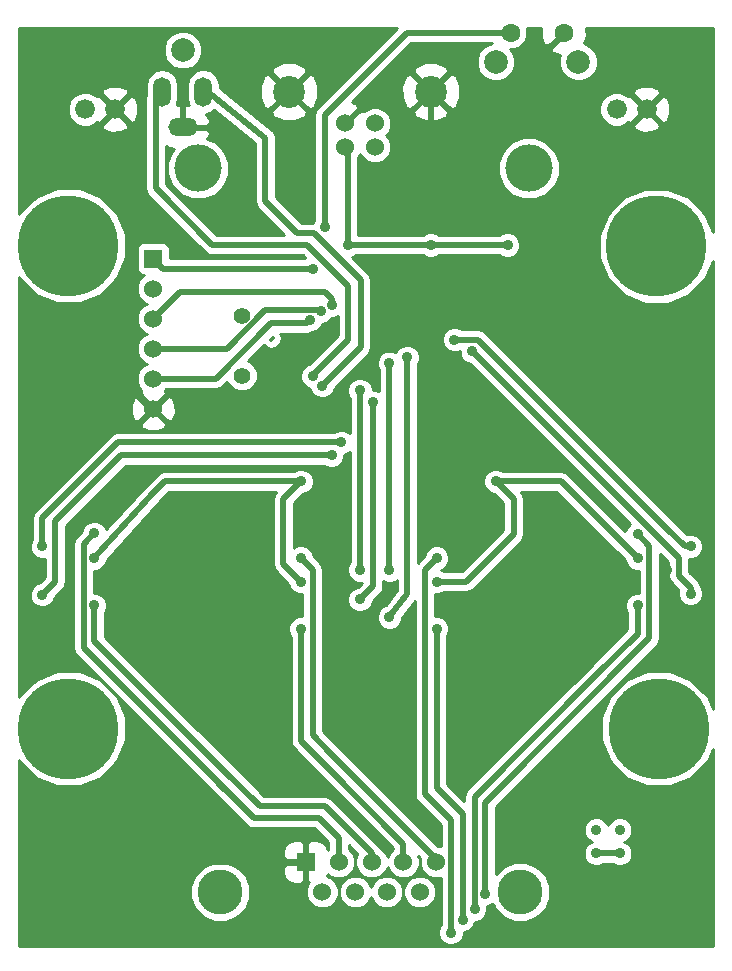
<source format=gbl>
G04 (created by PCBNEW (2013-07-07 BZR 4022)-stable) date 2016-03-24 오전 10:08:33*
%MOIN*%
G04 Gerber Fmt 3.4, Leading zero omitted, Abs format*
%FSLAX34Y34*%
G01*
G70*
G90*
G04 APERTURE LIST*
%ADD10C,0.00590551*%
%ADD11C,0.15748*%
%ADD12C,0.334646*%
%ADD13C,0.06*%
%ADD14C,0.1063*%
%ADD15R,0.06X0.06*%
%ADD16C,0.066*%
%ADD17C,0.056*%
%ADD18C,0.15*%
%ADD19C,0.0787402*%
%ADD20C,0.0629921*%
%ADD21O,0.0590551X0.0984252*%
%ADD22O,0.0984252X0.0590551*%
%ADD23C,0.035*%
%ADD24C,0.011811*%
%ADD25C,0.019685*%
%ADD26C,0.01*%
G04 APERTURE END LIST*
G54D10*
G54D11*
X56811Y-12992D03*
G54D12*
X61141Y-31673D03*
X41456Y-31673D03*
G54D13*
X50681Y-12283D03*
X51681Y-12283D03*
X51681Y-11496D03*
X50681Y-11496D03*
G54D14*
X48819Y-10433D03*
X53543Y-10433D03*
G54D15*
X44291Y-16003D03*
G54D13*
X44291Y-17003D03*
X44291Y-18003D03*
X44291Y-19003D03*
X44291Y-20003D03*
X44291Y-21003D03*
G54D16*
X59736Y-11023D03*
X60736Y-11023D03*
X42019Y-11023D03*
X43019Y-11023D03*
G54D17*
X47244Y-17897D03*
X47244Y-19897D03*
G54D18*
X46524Y-37114D03*
X56524Y-37114D03*
G54D15*
X49374Y-36114D03*
G54D13*
X50474Y-36114D03*
X51574Y-36114D03*
X52624Y-36114D03*
X53724Y-36114D03*
X53174Y-37114D03*
X52074Y-37114D03*
X51024Y-37114D03*
X49924Y-37114D03*
G54D19*
X58464Y-9448D03*
X55708Y-9448D03*
G54D20*
X57972Y-8464D03*
X56200Y-8464D03*
G54D21*
X45964Y-10433D03*
X44586Y-10433D03*
G54D22*
X45275Y-11614D03*
G54D19*
X45275Y-9055D03*
G54D12*
X41456Y-15570D03*
X61062Y-15590D03*
G54D11*
X45787Y-12992D03*
G54D23*
X59055Y-35039D03*
X59842Y-35039D03*
X59842Y-35826D03*
X59055Y-35826D03*
X50551Y-22125D03*
X40590Y-25590D03*
X50236Y-22559D03*
X40590Y-27204D03*
X51181Y-27362D03*
X51614Y-20787D03*
X51181Y-20393D03*
X51181Y-26377D03*
X52165Y-19488D03*
X52165Y-26377D03*
X52165Y-27952D03*
X52755Y-19291D03*
X62204Y-27165D03*
X54921Y-19094D03*
X62204Y-25590D03*
X54330Y-18700D03*
X49606Y-19921D03*
X49921Y-20236D03*
X42322Y-25157D03*
X42322Y-27559D03*
X49212Y-28346D03*
X49212Y-25984D03*
X53740Y-25984D03*
X54212Y-38464D03*
X53740Y-28346D03*
X54606Y-38031D03*
X55000Y-37677D03*
X60433Y-27559D03*
X60433Y-25196D03*
X55354Y-37165D03*
X49606Y-16338D03*
X49881Y-17755D03*
X60433Y-25984D03*
X55708Y-23425D03*
X49212Y-26771D03*
X53740Y-26771D03*
X42322Y-25984D03*
X49212Y-23425D03*
X50000Y-14960D03*
X49527Y-18031D03*
X50236Y-17559D03*
X54724Y-19685D03*
X60629Y-19291D03*
X60629Y-20078D03*
X59842Y-20078D03*
X59842Y-19291D03*
X43307Y-35826D03*
X43307Y-35039D03*
X44094Y-35039D03*
X44094Y-35826D03*
X42125Y-19685D03*
X41338Y-19685D03*
X41338Y-18897D03*
X42125Y-18897D03*
X42303Y-24409D03*
X53740Y-25196D03*
X49212Y-25236D03*
X45275Y-30314D03*
X46062Y-29527D03*
X45275Y-29527D03*
X46062Y-30314D03*
X49803Y-18700D03*
X56692Y-29527D03*
X56692Y-30314D03*
X57480Y-30314D03*
X57480Y-29527D03*
X61417Y-26377D03*
X51574Y-13582D03*
X53543Y-15551D03*
X50787Y-15551D03*
X56102Y-15551D03*
G54D24*
X48267Y-18661D02*
X48228Y-18700D01*
G54D25*
X59055Y-35826D02*
X59842Y-35826D01*
X40590Y-25590D02*
X40590Y-24645D01*
X40590Y-24645D02*
X41023Y-24212D01*
X50551Y-22125D02*
X43110Y-22125D01*
X43110Y-22125D02*
X41023Y-24212D01*
X41023Y-25196D02*
X41023Y-24763D01*
X43228Y-22559D02*
X43740Y-22559D01*
X41023Y-24763D02*
X43228Y-22559D01*
X41023Y-26771D02*
X41023Y-25196D01*
X50236Y-22559D02*
X43740Y-22559D01*
X40590Y-27204D02*
X41023Y-26771D01*
X51614Y-26929D02*
X51614Y-26102D01*
X51181Y-27362D02*
X51614Y-26929D01*
X51614Y-21653D02*
X51614Y-26102D01*
X51614Y-21653D02*
X51614Y-20787D01*
X51614Y-21181D02*
X51614Y-21653D01*
G54D24*
X51614Y-20787D02*
X51614Y-20787D01*
G54D25*
X51181Y-21456D02*
X51181Y-20393D01*
X51181Y-20984D02*
X51181Y-20393D01*
X51181Y-26377D02*
X51181Y-21456D01*
X51181Y-21456D02*
X51181Y-21377D01*
X52165Y-20866D02*
X52165Y-19488D01*
X52165Y-19881D02*
X52165Y-20866D01*
X52165Y-20866D02*
X52165Y-26181D01*
X52165Y-26181D02*
X52165Y-26377D01*
X52165Y-27952D02*
X52755Y-27165D01*
X52755Y-27165D02*
X52755Y-25787D01*
X52755Y-20669D02*
X52755Y-25787D01*
X52755Y-20669D02*
X52755Y-19291D01*
X52755Y-19685D02*
X52755Y-20669D01*
X61811Y-26181D02*
X61811Y-25984D01*
X61811Y-25984D02*
X59842Y-24015D01*
X59842Y-24015D02*
X54921Y-19094D01*
X62204Y-26968D02*
X62204Y-27165D01*
X61811Y-26574D02*
X62204Y-26968D01*
X61811Y-26181D02*
X61811Y-26574D01*
X62204Y-25590D02*
X62007Y-25590D01*
X54330Y-18700D02*
X55118Y-18700D01*
X61417Y-25000D02*
X55118Y-18700D01*
X62007Y-25590D02*
X61417Y-25000D01*
X44370Y-11614D02*
X44370Y-10649D01*
X44370Y-10649D02*
X44586Y-10433D01*
X46259Y-15551D02*
X47874Y-15551D01*
X44370Y-13661D02*
X46259Y-15551D01*
X44370Y-11614D02*
X44370Y-13661D01*
X49409Y-15551D02*
X50787Y-16929D01*
X50787Y-16929D02*
X50787Y-18700D01*
X50787Y-18700D02*
X49606Y-19881D01*
X49409Y-15551D02*
X48818Y-15551D01*
X49606Y-19921D02*
X49606Y-19881D01*
X47874Y-15551D02*
X48818Y-15551D01*
X48818Y-15551D02*
X48976Y-15551D01*
X45964Y-10433D02*
X46102Y-10433D01*
X48031Y-14094D02*
X49094Y-15157D01*
X48031Y-11968D02*
X48031Y-14094D01*
X46102Y-10433D02*
X48031Y-11968D01*
X51200Y-16712D02*
X51200Y-18956D01*
X49094Y-15157D02*
X49645Y-15157D01*
X51200Y-18956D02*
X49921Y-20236D01*
X49645Y-15157D02*
X51200Y-16712D01*
X41968Y-28976D02*
X47401Y-34409D01*
X41968Y-25511D02*
X41968Y-28976D01*
X42322Y-25157D02*
X41968Y-25511D01*
X50474Y-36114D02*
X50474Y-35627D01*
X46456Y-33464D02*
X47401Y-34409D01*
X47401Y-34409D02*
X47637Y-34645D01*
X50474Y-35317D02*
X50474Y-35627D01*
X50474Y-35627D02*
X50474Y-35629D01*
X50474Y-35629D02*
X50474Y-35720D01*
X49803Y-34645D02*
X50474Y-35317D01*
X47637Y-34645D02*
X49803Y-34645D01*
X46692Y-33700D02*
X46456Y-33464D01*
X51574Y-36114D02*
X51574Y-35826D01*
X51574Y-35826D02*
X50000Y-34251D01*
X46555Y-32972D02*
X47834Y-34251D01*
X47834Y-34251D02*
X50000Y-34251D01*
X46555Y-32972D02*
X45393Y-31811D01*
X45393Y-31811D02*
X42322Y-28740D01*
X42322Y-28740D02*
X42322Y-27559D01*
X49212Y-28346D02*
X49212Y-32086D01*
X49212Y-32086D02*
X50000Y-32874D01*
X52624Y-36114D02*
X52624Y-35498D01*
X52624Y-35498D02*
X50000Y-32874D01*
X49606Y-26377D02*
X49606Y-31889D01*
X49606Y-31889D02*
X50196Y-32480D01*
X53724Y-36008D02*
X53724Y-36114D01*
X49212Y-25984D02*
X49606Y-26377D01*
X50196Y-32480D02*
X53724Y-36008D01*
X53346Y-26377D02*
X53346Y-33858D01*
X53346Y-33858D02*
X53740Y-34251D01*
X53346Y-26377D02*
X53740Y-25984D01*
X54212Y-38464D02*
X54212Y-34724D01*
X54212Y-34724D02*
X53740Y-34251D01*
X54212Y-34724D02*
X53740Y-34251D01*
X54606Y-34960D02*
X54606Y-34527D01*
X53740Y-33661D02*
X53740Y-32716D01*
X54606Y-34527D02*
X53740Y-33661D01*
X53740Y-28346D02*
X53740Y-32716D01*
X54606Y-35039D02*
X54606Y-34960D01*
X54606Y-38031D02*
X54606Y-35039D01*
X60433Y-27559D02*
X60433Y-28503D01*
X60433Y-28503D02*
X59015Y-29921D01*
X55000Y-33937D02*
X59015Y-29921D01*
X55000Y-37677D02*
X55000Y-33937D01*
X60826Y-28425D02*
X60826Y-28661D01*
X55354Y-34133D02*
X55354Y-34763D01*
X60826Y-28661D02*
X55354Y-34133D01*
X60433Y-25196D02*
X60826Y-25590D01*
X60826Y-25590D02*
X60826Y-28425D01*
X55354Y-37165D02*
X55354Y-34763D01*
X49606Y-16338D02*
X44625Y-16338D01*
X44625Y-16338D02*
X44291Y-16003D01*
X44291Y-19003D02*
X46744Y-19003D01*
X49842Y-17716D02*
X49881Y-17755D01*
X48031Y-17716D02*
X49842Y-17716D01*
X46744Y-19003D02*
X48031Y-17716D01*
X53740Y-26771D02*
X54724Y-26771D01*
X56299Y-24015D02*
X55708Y-23425D01*
X56299Y-25196D02*
X56299Y-24015D01*
X54724Y-26771D02*
X56299Y-25196D01*
X60433Y-25984D02*
X57874Y-23425D01*
X57874Y-23425D02*
X55708Y-23425D01*
X48622Y-25000D02*
X48622Y-24015D01*
X48622Y-24015D02*
X49212Y-23425D01*
X48622Y-25000D02*
X48622Y-26181D01*
X48622Y-26181D02*
X49212Y-26771D01*
X49212Y-26771D02*
X48622Y-26181D01*
X42322Y-25984D02*
X42322Y-25984D01*
X42322Y-25984D02*
X44291Y-23818D01*
G54D24*
X42322Y-25984D02*
X42307Y-25999D01*
G54D25*
X49212Y-23425D02*
X44685Y-23425D01*
X44685Y-23425D02*
X44488Y-23622D01*
X44488Y-23622D02*
X44291Y-23818D01*
X56200Y-8464D02*
X52755Y-8464D01*
X50000Y-11220D02*
X50000Y-14960D01*
X52755Y-8464D02*
X50000Y-11220D01*
X44291Y-20003D02*
X46381Y-20003D01*
X49401Y-18157D02*
X49527Y-18031D01*
X48228Y-18157D02*
X49401Y-18157D01*
X46381Y-20003D02*
X48228Y-18157D01*
X50236Y-17559D02*
X50236Y-17362D01*
X45169Y-17125D02*
X44291Y-18003D01*
X50000Y-17125D02*
X45169Y-17125D01*
X50236Y-17362D02*
X50000Y-17125D01*
X53543Y-10433D02*
X53543Y-11810D01*
X59842Y-20078D02*
X60629Y-20078D01*
X59842Y-18110D02*
X59842Y-19291D01*
X53543Y-11810D02*
X59842Y-18110D01*
X49374Y-36114D02*
X44381Y-36114D01*
X44094Y-35039D02*
X43307Y-35039D01*
X44381Y-36114D02*
X44094Y-35826D01*
X44291Y-21003D02*
X44232Y-21003D01*
X41338Y-18897D02*
X41338Y-19685D01*
X44232Y-21003D02*
X42125Y-18897D01*
X42283Y-24448D02*
X42283Y-24429D01*
X42283Y-24429D02*
X42303Y-24409D01*
X46062Y-29527D02*
X45275Y-29527D01*
X45275Y-30314D02*
X46062Y-30314D01*
X56692Y-30314D02*
X56692Y-29527D01*
X57480Y-29527D02*
X57480Y-30314D01*
X56102Y-15551D02*
X53543Y-15551D01*
X50787Y-15551D02*
X53346Y-15551D01*
X50787Y-15551D02*
X50787Y-12389D01*
X53346Y-15551D02*
X53543Y-15551D01*
X53346Y-15551D02*
X53346Y-15551D01*
X50787Y-12389D02*
X50681Y-12283D01*
X50787Y-12389D02*
X50681Y-12283D01*
G54D24*
X56102Y-15551D02*
X56102Y-15551D01*
G54D10*
G36*
X52279Y-35686D02*
X52161Y-35804D01*
X52099Y-35952D01*
X52038Y-35804D01*
X51884Y-35650D01*
X51856Y-35639D01*
X51818Y-35582D01*
X51818Y-35582D01*
X50244Y-34007D01*
X50132Y-33932D01*
X50000Y-33906D01*
X47977Y-33906D01*
X46799Y-32728D01*
X45637Y-31566D01*
X45637Y-31566D01*
X42668Y-28597D01*
X42668Y-27810D01*
X42680Y-27798D01*
X42744Y-27643D01*
X42744Y-27475D01*
X42680Y-27320D01*
X42562Y-27201D01*
X42407Y-27137D01*
X42313Y-27137D01*
X42313Y-26406D01*
X42406Y-26406D01*
X42561Y-26342D01*
X42680Y-26223D01*
X42744Y-26068D01*
X42744Y-26033D01*
X44547Y-24052D01*
X44549Y-24048D01*
X44732Y-23866D01*
X44732Y-23866D01*
X44732Y-23866D01*
X44828Y-23770D01*
X48379Y-23770D01*
X48377Y-23771D01*
X48303Y-23883D01*
X48276Y-24015D01*
X48276Y-25000D01*
X48276Y-26181D01*
X48303Y-26313D01*
X48377Y-26425D01*
X48790Y-26838D01*
X48790Y-26855D01*
X48854Y-27010D01*
X48973Y-27129D01*
X49128Y-27193D01*
X49261Y-27193D01*
X49261Y-27924D01*
X49129Y-27924D01*
X48973Y-27988D01*
X48855Y-28107D01*
X48790Y-28262D01*
X48790Y-28429D01*
X48854Y-28585D01*
X48867Y-28597D01*
X48867Y-32086D01*
X48893Y-32218D01*
X48968Y-32330D01*
X49755Y-33118D01*
X52279Y-35641D01*
X52279Y-35686D01*
X52279Y-35686D01*
G37*
G54D26*
X52279Y-35686D02*
X52161Y-35804D01*
X52099Y-35952D01*
X52038Y-35804D01*
X51884Y-35650D01*
X51856Y-35639D01*
X51818Y-35582D01*
X51818Y-35582D01*
X50244Y-34007D01*
X50132Y-33932D01*
X50000Y-33906D01*
X47977Y-33906D01*
X46799Y-32728D01*
X45637Y-31566D01*
X45637Y-31566D01*
X42668Y-28597D01*
X42668Y-27810D01*
X42680Y-27798D01*
X42744Y-27643D01*
X42744Y-27475D01*
X42680Y-27320D01*
X42562Y-27201D01*
X42407Y-27137D01*
X42313Y-27137D01*
X42313Y-26406D01*
X42406Y-26406D01*
X42561Y-26342D01*
X42680Y-26223D01*
X42744Y-26068D01*
X42744Y-26033D01*
X44547Y-24052D01*
X44549Y-24048D01*
X44732Y-23866D01*
X44732Y-23866D01*
X44732Y-23866D01*
X44828Y-23770D01*
X48379Y-23770D01*
X48377Y-23771D01*
X48303Y-23883D01*
X48276Y-24015D01*
X48276Y-25000D01*
X48276Y-26181D01*
X48303Y-26313D01*
X48377Y-26425D01*
X48790Y-26838D01*
X48790Y-26855D01*
X48854Y-27010D01*
X48973Y-27129D01*
X49128Y-27193D01*
X49261Y-27193D01*
X49261Y-27924D01*
X49129Y-27924D01*
X48973Y-27988D01*
X48855Y-28107D01*
X48790Y-28262D01*
X48790Y-28429D01*
X48854Y-28585D01*
X48867Y-28597D01*
X48867Y-32086D01*
X48893Y-32218D01*
X48968Y-32330D01*
X49755Y-33118D01*
X52279Y-35641D01*
X52279Y-35686D01*
G54D10*
G36*
X60481Y-27137D02*
X60349Y-27137D01*
X60194Y-27201D01*
X60075Y-27319D01*
X60011Y-27474D01*
X60011Y-27642D01*
X60075Y-27797D01*
X60087Y-27810D01*
X60087Y-28360D01*
X58771Y-29677D01*
X58771Y-29677D01*
X54755Y-33692D01*
X54681Y-33804D01*
X54654Y-33937D01*
X54654Y-34087D01*
X54085Y-33518D01*
X54085Y-32716D01*
X54085Y-28597D01*
X54097Y-28585D01*
X54161Y-28430D01*
X54162Y-28262D01*
X54097Y-28107D01*
X53979Y-27989D01*
X53824Y-27924D01*
X53691Y-27924D01*
X53691Y-27193D01*
X53823Y-27193D01*
X53978Y-27129D01*
X53991Y-27116D01*
X54724Y-27116D01*
X54856Y-27090D01*
X54968Y-27015D01*
X56543Y-25440D01*
X56543Y-25440D01*
X56543Y-25440D01*
X56588Y-25373D01*
X56618Y-25328D01*
X56618Y-25328D01*
X56644Y-25196D01*
X56644Y-24015D01*
X56618Y-23883D01*
X56618Y-23883D01*
X56588Y-23838D01*
X56543Y-23771D01*
X56543Y-23771D01*
X56542Y-23770D01*
X57730Y-23770D01*
X60011Y-26050D01*
X60011Y-26067D01*
X60075Y-26222D01*
X60193Y-26341D01*
X60348Y-26406D01*
X60481Y-26406D01*
X60481Y-27137D01*
X60481Y-27137D01*
G37*
G54D26*
X60481Y-27137D02*
X60349Y-27137D01*
X60194Y-27201D01*
X60075Y-27319D01*
X60011Y-27474D01*
X60011Y-27642D01*
X60075Y-27797D01*
X60087Y-27810D01*
X60087Y-28360D01*
X58771Y-29677D01*
X58771Y-29677D01*
X54755Y-33692D01*
X54681Y-33804D01*
X54654Y-33937D01*
X54654Y-34087D01*
X54085Y-33518D01*
X54085Y-32716D01*
X54085Y-28597D01*
X54097Y-28585D01*
X54161Y-28430D01*
X54162Y-28262D01*
X54097Y-28107D01*
X53979Y-27989D01*
X53824Y-27924D01*
X53691Y-27924D01*
X53691Y-27193D01*
X53823Y-27193D01*
X53978Y-27129D01*
X53991Y-27116D01*
X54724Y-27116D01*
X54856Y-27090D01*
X54968Y-27015D01*
X56543Y-25440D01*
X56543Y-25440D01*
X56543Y-25440D01*
X56588Y-25373D01*
X56618Y-25328D01*
X56618Y-25328D01*
X56644Y-25196D01*
X56644Y-24015D01*
X56618Y-23883D01*
X56618Y-23883D01*
X56588Y-23838D01*
X56543Y-23771D01*
X56543Y-23771D01*
X56542Y-23770D01*
X57730Y-23770D01*
X60011Y-26050D01*
X60011Y-26067D01*
X60075Y-26222D01*
X60193Y-26341D01*
X60348Y-26406D01*
X60481Y-26406D01*
X60481Y-27137D01*
G54D10*
G36*
X62942Y-38926D02*
X60264Y-38926D01*
X60264Y-35743D01*
X60200Y-35588D01*
X60081Y-35469D01*
X59994Y-35433D01*
X60081Y-35397D01*
X60199Y-35278D01*
X60264Y-35123D01*
X60264Y-34955D01*
X60200Y-34800D01*
X60081Y-34681D01*
X59926Y-34617D01*
X59758Y-34617D01*
X59603Y-34681D01*
X59485Y-34800D01*
X59448Y-34887D01*
X59412Y-34800D01*
X59294Y-34681D01*
X59139Y-34617D01*
X58971Y-34617D01*
X58816Y-34681D01*
X58697Y-34800D01*
X58633Y-34955D01*
X58633Y-35122D01*
X58697Y-35278D01*
X58815Y-35396D01*
X58903Y-35433D01*
X58816Y-35468D01*
X58697Y-35587D01*
X58633Y-35742D01*
X58633Y-35910D01*
X58697Y-36065D01*
X58815Y-36184D01*
X58970Y-36248D01*
X59138Y-36248D01*
X59293Y-36184D01*
X59306Y-36172D01*
X59591Y-36172D01*
X59603Y-36184D01*
X59758Y-36248D01*
X59926Y-36248D01*
X60081Y-36184D01*
X60199Y-36066D01*
X60264Y-35911D01*
X60264Y-35743D01*
X60264Y-38926D01*
X53721Y-38926D01*
X53721Y-37005D01*
X53638Y-36804D01*
X53484Y-36650D01*
X53284Y-36567D01*
X53066Y-36567D01*
X52865Y-36650D01*
X52711Y-36804D01*
X52628Y-37004D01*
X52627Y-37222D01*
X52710Y-37423D01*
X52864Y-37577D01*
X53065Y-37660D01*
X53283Y-37661D01*
X53484Y-37578D01*
X53638Y-37424D01*
X53721Y-37223D01*
X53721Y-37005D01*
X53721Y-38926D01*
X52621Y-38926D01*
X52621Y-37005D01*
X52538Y-36804D01*
X52384Y-36650D01*
X52184Y-36567D01*
X51966Y-36567D01*
X51765Y-36650D01*
X51611Y-36804D01*
X51549Y-36952D01*
X51488Y-36804D01*
X51334Y-36650D01*
X51134Y-36567D01*
X50916Y-36567D01*
X50715Y-36650D01*
X50561Y-36804D01*
X50478Y-37004D01*
X50477Y-37222D01*
X50560Y-37423D01*
X50714Y-37577D01*
X50915Y-37660D01*
X51133Y-37661D01*
X51334Y-37578D01*
X51488Y-37424D01*
X51549Y-37275D01*
X51610Y-37423D01*
X51764Y-37577D01*
X51965Y-37660D01*
X52183Y-37661D01*
X52384Y-37578D01*
X52538Y-37424D01*
X52621Y-37223D01*
X52621Y-37005D01*
X52621Y-38926D01*
X49324Y-38926D01*
X49324Y-36746D01*
X49324Y-36164D01*
X49324Y-36064D01*
X49324Y-35481D01*
X49213Y-35370D01*
X48986Y-35370D01*
X48823Y-35437D01*
X48698Y-35562D01*
X48631Y-35725D01*
X48631Y-35902D01*
X48631Y-35953D01*
X48742Y-36064D01*
X49324Y-36064D01*
X49324Y-36164D01*
X48742Y-36164D01*
X48631Y-36275D01*
X48631Y-36326D01*
X48631Y-36502D01*
X48698Y-36665D01*
X48823Y-36790D01*
X48986Y-36857D01*
X49213Y-36857D01*
X49324Y-36746D01*
X49324Y-38926D01*
X47521Y-38926D01*
X47521Y-36916D01*
X47370Y-36550D01*
X47090Y-36269D01*
X46723Y-36117D01*
X46327Y-36117D01*
X45960Y-36268D01*
X45680Y-36548D01*
X45528Y-36915D01*
X45527Y-37311D01*
X45679Y-37678D01*
X45959Y-37958D01*
X46325Y-38110D01*
X46722Y-38111D01*
X47088Y-37959D01*
X47369Y-37679D01*
X47521Y-37313D01*
X47521Y-36916D01*
X47521Y-38926D01*
X39813Y-38926D01*
X39813Y-32725D01*
X39827Y-32759D01*
X40367Y-33300D01*
X41073Y-33592D01*
X41836Y-33593D01*
X42542Y-33301D01*
X43083Y-32762D01*
X43376Y-32056D01*
X43377Y-31292D01*
X43085Y-30587D01*
X42545Y-30046D01*
X41840Y-29753D01*
X41076Y-29752D01*
X40370Y-30044D01*
X39829Y-30584D01*
X39813Y-30622D01*
X39813Y-16622D01*
X39827Y-16657D01*
X40367Y-17197D01*
X41073Y-17490D01*
X41836Y-17491D01*
X42542Y-17199D01*
X43083Y-16659D01*
X43376Y-15954D01*
X43377Y-15190D01*
X43085Y-14484D01*
X42545Y-13944D01*
X41840Y-13651D01*
X41076Y-13650D01*
X40370Y-13942D01*
X39829Y-14481D01*
X39813Y-14520D01*
X39813Y-8317D01*
X52414Y-8317D01*
X49796Y-10935D01*
X49796Y-10616D01*
X49792Y-10228D01*
X49651Y-9889D01*
X49478Y-9844D01*
X49407Y-9915D01*
X49407Y-9774D01*
X49362Y-9600D01*
X49002Y-9455D01*
X48614Y-9460D01*
X48275Y-9600D01*
X48230Y-9774D01*
X48819Y-10362D01*
X49407Y-9774D01*
X49407Y-9915D01*
X48889Y-10433D01*
X49478Y-11021D01*
X49651Y-10976D01*
X49796Y-10616D01*
X49796Y-10935D01*
X49755Y-10976D01*
X49681Y-11088D01*
X49654Y-11220D01*
X49654Y-14709D01*
X49642Y-14721D01*
X49604Y-14812D01*
X49407Y-14812D01*
X49407Y-11092D01*
X48819Y-10503D01*
X48748Y-10574D01*
X48748Y-10433D01*
X48160Y-9844D01*
X47986Y-9889D01*
X47841Y-10249D01*
X47846Y-10637D01*
X47986Y-10976D01*
X48160Y-11021D01*
X48748Y-10433D01*
X48748Y-10574D01*
X48230Y-11092D01*
X48275Y-11265D01*
X48635Y-11410D01*
X49023Y-11406D01*
X49362Y-11265D01*
X49407Y-11092D01*
X49407Y-14812D01*
X49237Y-14812D01*
X48376Y-13951D01*
X48376Y-11968D01*
X48373Y-11950D01*
X48375Y-11928D01*
X48358Y-11878D01*
X48350Y-11836D01*
X48340Y-11821D01*
X48333Y-11800D01*
X48298Y-11759D01*
X48275Y-11724D01*
X48261Y-11714D01*
X48246Y-11697D01*
X46506Y-10313D01*
X46506Y-10221D01*
X46465Y-10014D01*
X46347Y-9838D01*
X46172Y-9720D01*
X45964Y-9679D01*
X45916Y-9689D01*
X45916Y-8928D01*
X45818Y-8692D01*
X45638Y-8512D01*
X45403Y-8414D01*
X45148Y-8414D01*
X44913Y-8511D01*
X44732Y-8691D01*
X44635Y-8927D01*
X44634Y-9181D01*
X44732Y-9417D01*
X44912Y-9597D01*
X45147Y-9695D01*
X45402Y-9695D01*
X45637Y-9598D01*
X45818Y-9418D01*
X45916Y-9183D01*
X45916Y-8928D01*
X45916Y-9689D01*
X45757Y-9720D01*
X45581Y-9838D01*
X45463Y-10014D01*
X45422Y-10221D01*
X45422Y-10644D01*
X45463Y-10851D01*
X45479Y-10875D01*
X45325Y-10875D01*
X45325Y-11564D01*
X46098Y-11564D01*
X46192Y-11449D01*
X46174Y-11377D01*
X46054Y-11168D01*
X46172Y-11145D01*
X46319Y-11046D01*
X47686Y-12134D01*
X47686Y-14094D01*
X47712Y-14226D01*
X47787Y-14338D01*
X48654Y-15205D01*
X47874Y-15205D01*
X46402Y-15205D01*
X44715Y-13518D01*
X44715Y-12251D01*
X44749Y-12277D01*
X44977Y-12339D01*
X44911Y-12405D01*
X44753Y-12785D01*
X44752Y-13196D01*
X44910Y-13577D01*
X45200Y-13868D01*
X45580Y-14026D01*
X45992Y-14026D01*
X46372Y-13869D01*
X46663Y-13578D01*
X46821Y-13198D01*
X46821Y-12787D01*
X46664Y-12407D01*
X46374Y-12115D01*
X46089Y-11997D01*
X46174Y-11850D01*
X46192Y-11778D01*
X46098Y-11664D01*
X45325Y-11664D01*
X45325Y-11672D01*
X45225Y-11672D01*
X45225Y-11664D01*
X45217Y-11664D01*
X45217Y-11564D01*
X45225Y-11564D01*
X45225Y-10875D01*
X45071Y-10875D01*
X45087Y-10851D01*
X45128Y-10644D01*
X45128Y-10221D01*
X45087Y-10014D01*
X44969Y-9838D01*
X44794Y-9720D01*
X44586Y-9679D01*
X44379Y-9720D01*
X44203Y-9838D01*
X44085Y-10014D01*
X44044Y-10221D01*
X44044Y-10550D01*
X44024Y-10649D01*
X44024Y-11614D01*
X44024Y-13661D01*
X44051Y-13793D01*
X44125Y-13905D01*
X46015Y-15795D01*
X46127Y-15870D01*
X46259Y-15896D01*
X47874Y-15896D01*
X48818Y-15896D01*
X48976Y-15896D01*
X49266Y-15896D01*
X49359Y-15989D01*
X49355Y-15993D01*
X44838Y-15993D01*
X44838Y-15655D01*
X44800Y-15564D01*
X44731Y-15494D01*
X44640Y-15457D01*
X44542Y-15457D01*
X43942Y-15457D01*
X43851Y-15494D01*
X43796Y-15549D01*
X43796Y-11158D01*
X43789Y-10851D01*
X43685Y-10601D01*
X43533Y-10580D01*
X43462Y-10651D01*
X43462Y-10510D01*
X43441Y-10357D01*
X43154Y-10246D01*
X42847Y-10253D01*
X42597Y-10357D01*
X42576Y-10510D01*
X43019Y-10952D01*
X43462Y-10510D01*
X43462Y-10651D01*
X43090Y-11023D01*
X43533Y-11466D01*
X43685Y-11445D01*
X43796Y-11158D01*
X43796Y-15549D01*
X43782Y-15563D01*
X43744Y-15654D01*
X43744Y-15752D01*
X43744Y-16352D01*
X43781Y-16443D01*
X43851Y-16513D01*
X43942Y-16550D01*
X43971Y-16550D01*
X43828Y-16693D01*
X43744Y-16894D01*
X43744Y-17112D01*
X43827Y-17313D01*
X43981Y-17467D01*
X44069Y-17503D01*
X43981Y-17540D01*
X43828Y-17693D01*
X43744Y-17894D01*
X43744Y-18112D01*
X43827Y-18313D01*
X43981Y-18467D01*
X44069Y-18503D01*
X43981Y-18540D01*
X43828Y-18693D01*
X43744Y-18894D01*
X43744Y-19112D01*
X43827Y-19313D01*
X43981Y-19467D01*
X44069Y-19503D01*
X43981Y-19540D01*
X43828Y-19693D01*
X43744Y-19894D01*
X43744Y-20112D01*
X43827Y-20313D01*
X43885Y-20371D01*
X43870Y-20512D01*
X44291Y-20933D01*
X44712Y-20512D01*
X44696Y-20371D01*
X44719Y-20349D01*
X46381Y-20349D01*
X46514Y-20322D01*
X46626Y-20248D01*
X46762Y-20111D01*
X46797Y-20195D01*
X46945Y-20344D01*
X47138Y-20424D01*
X47348Y-20424D01*
X47542Y-20344D01*
X47690Y-20196D01*
X47770Y-20002D01*
X47771Y-19793D01*
X47690Y-19599D01*
X47542Y-19451D01*
X47458Y-19416D01*
X47990Y-18884D01*
X48012Y-18917D01*
X48111Y-18983D01*
X48228Y-19006D01*
X48345Y-18983D01*
X48444Y-18917D01*
X48484Y-18877D01*
X48550Y-18778D01*
X48573Y-18661D01*
X48550Y-18544D01*
X48522Y-18502D01*
X49401Y-18502D01*
X49533Y-18476D01*
X49568Y-18453D01*
X49611Y-18453D01*
X49766Y-18389D01*
X49884Y-18270D01*
X49923Y-18177D01*
X49965Y-18177D01*
X50120Y-18113D01*
X50239Y-17995D01*
X50245Y-17980D01*
X50319Y-17980D01*
X50442Y-17930D01*
X50442Y-18557D01*
X49484Y-19514D01*
X49367Y-19563D01*
X49248Y-19681D01*
X49184Y-19836D01*
X49184Y-20004D01*
X49248Y-20159D01*
X49367Y-20278D01*
X49506Y-20336D01*
X49563Y-20474D01*
X49681Y-20593D01*
X49836Y-20657D01*
X50004Y-20658D01*
X50159Y-20594D01*
X50278Y-20475D01*
X50343Y-20320D01*
X50343Y-20302D01*
X51444Y-19200D01*
X51519Y-19088D01*
X51546Y-18956D01*
X51546Y-16712D01*
X51519Y-16580D01*
X51519Y-16580D01*
X51444Y-16468D01*
X51444Y-16468D01*
X50926Y-15950D01*
X51026Y-15909D01*
X51038Y-15896D01*
X53291Y-15896D01*
X53304Y-15908D01*
X53459Y-15972D01*
X53626Y-15973D01*
X53781Y-15909D01*
X53794Y-15896D01*
X55850Y-15896D01*
X55863Y-15908D01*
X56018Y-15972D01*
X56185Y-15973D01*
X56341Y-15909D01*
X56459Y-15790D01*
X56524Y-15635D01*
X56524Y-15467D01*
X56460Y-15312D01*
X56341Y-15193D01*
X56186Y-15129D01*
X56018Y-15129D01*
X55863Y-15193D01*
X55851Y-15205D01*
X54520Y-15205D01*
X54520Y-10616D01*
X54516Y-10228D01*
X54375Y-9889D01*
X54202Y-9844D01*
X54131Y-9915D01*
X54131Y-9774D01*
X54086Y-9600D01*
X53726Y-9455D01*
X53338Y-9460D01*
X52999Y-9600D01*
X52954Y-9774D01*
X53543Y-10362D01*
X54131Y-9774D01*
X54131Y-9915D01*
X53613Y-10433D01*
X54202Y-11021D01*
X54375Y-10976D01*
X54520Y-10616D01*
X54520Y-15205D01*
X54131Y-15205D01*
X54131Y-11092D01*
X53543Y-10503D01*
X53472Y-10574D01*
X53472Y-10433D01*
X52884Y-9844D01*
X52710Y-9889D01*
X52565Y-10249D01*
X52570Y-10637D01*
X52710Y-10976D01*
X52884Y-11021D01*
X53472Y-10433D01*
X53472Y-10574D01*
X52954Y-11092D01*
X52999Y-11265D01*
X53359Y-11410D01*
X53747Y-11406D01*
X54086Y-11265D01*
X54131Y-11092D01*
X54131Y-15205D01*
X53794Y-15205D01*
X53782Y-15193D01*
X53627Y-15129D01*
X53459Y-15129D01*
X53304Y-15193D01*
X53292Y-15205D01*
X51132Y-15205D01*
X51132Y-12604D01*
X51144Y-12593D01*
X51181Y-12504D01*
X51217Y-12592D01*
X51370Y-12746D01*
X51571Y-12829D01*
X51789Y-12830D01*
X51990Y-12746D01*
X52144Y-12593D01*
X52227Y-12392D01*
X52228Y-12174D01*
X52144Y-11973D01*
X52060Y-11889D01*
X52144Y-11806D01*
X52227Y-11605D01*
X52228Y-11387D01*
X52144Y-11186D01*
X51991Y-11032D01*
X51790Y-10949D01*
X51572Y-10949D01*
X51371Y-11032D01*
X51313Y-11090D01*
X51172Y-11075D01*
X50751Y-11496D01*
X50757Y-11501D01*
X50686Y-11572D01*
X50681Y-11566D01*
X50675Y-11572D01*
X50604Y-11501D01*
X50610Y-11496D01*
X50604Y-11490D01*
X50675Y-11419D01*
X50681Y-11425D01*
X51102Y-11004D01*
X51085Y-10854D01*
X50918Y-10790D01*
X52898Y-8809D01*
X55577Y-8809D01*
X55346Y-8905D01*
X55165Y-9085D01*
X55068Y-9320D01*
X55067Y-9575D01*
X55165Y-9811D01*
X55345Y-9991D01*
X55580Y-10089D01*
X55835Y-10089D01*
X56071Y-9992D01*
X56251Y-9812D01*
X56349Y-9576D01*
X56349Y-9321D01*
X56252Y-9086D01*
X56192Y-9026D01*
X56312Y-9026D01*
X56518Y-8941D01*
X56676Y-8783D01*
X56762Y-8576D01*
X56762Y-8353D01*
X56747Y-8317D01*
X57216Y-8317D01*
X57210Y-8332D01*
X57217Y-8634D01*
X57318Y-8877D01*
X57469Y-8896D01*
X57901Y-8464D01*
X57896Y-8458D01*
X57966Y-8388D01*
X57972Y-8393D01*
X57978Y-8388D01*
X58048Y-8458D01*
X58043Y-8464D01*
X58048Y-8470D01*
X57978Y-8540D01*
X57972Y-8535D01*
X57540Y-8967D01*
X57559Y-9118D01*
X57840Y-9226D01*
X57863Y-9226D01*
X57824Y-9320D01*
X57823Y-9575D01*
X57921Y-9811D01*
X58101Y-9991D01*
X58336Y-10089D01*
X58591Y-10089D01*
X58826Y-9992D01*
X59007Y-9812D01*
X59105Y-9576D01*
X59105Y-9321D01*
X59007Y-9086D01*
X58827Y-8906D01*
X58644Y-8830D01*
X58734Y-8596D01*
X58727Y-8317D01*
X62942Y-8317D01*
X62942Y-15110D01*
X62691Y-14504D01*
X62152Y-13963D01*
X61513Y-13698D01*
X61513Y-11158D01*
X61505Y-10851D01*
X61402Y-10601D01*
X61249Y-10580D01*
X61178Y-10651D01*
X61178Y-10510D01*
X61158Y-10357D01*
X60871Y-10246D01*
X60563Y-10253D01*
X60313Y-10357D01*
X60293Y-10510D01*
X60736Y-10952D01*
X61178Y-10510D01*
X61178Y-10651D01*
X60806Y-11023D01*
X61249Y-11466D01*
X61402Y-11445D01*
X61513Y-11158D01*
X61513Y-13698D01*
X61446Y-13670D01*
X61178Y-13670D01*
X61178Y-11537D01*
X60736Y-11094D01*
X60665Y-11165D01*
X60665Y-11023D01*
X60222Y-10580D01*
X60122Y-10594D01*
X60063Y-10534D01*
X59851Y-10446D01*
X59621Y-10446D01*
X59409Y-10534D01*
X59247Y-10696D01*
X59159Y-10908D01*
X59159Y-11137D01*
X59246Y-11349D01*
X59409Y-11512D01*
X59620Y-11600D01*
X59850Y-11600D01*
X60062Y-11512D01*
X60122Y-11452D01*
X60222Y-11466D01*
X60665Y-11023D01*
X60665Y-11165D01*
X60293Y-11537D01*
X60313Y-11689D01*
X60601Y-11800D01*
X60908Y-11793D01*
X61158Y-11689D01*
X61178Y-11537D01*
X61178Y-13670D01*
X60682Y-13670D01*
X59976Y-13961D01*
X59436Y-14501D01*
X59143Y-15206D01*
X59142Y-15970D01*
X59434Y-16676D01*
X59973Y-17217D01*
X60679Y-17510D01*
X61443Y-17510D01*
X62149Y-17219D01*
X62689Y-16679D01*
X62942Y-16071D01*
X62942Y-31002D01*
X62770Y-30587D01*
X62626Y-30442D01*
X62626Y-27081D01*
X62562Y-26926D01*
X62536Y-26900D01*
X62523Y-26836D01*
X62523Y-26836D01*
X62448Y-26724D01*
X62448Y-26724D01*
X62156Y-26431D01*
X62156Y-26181D01*
X62156Y-26012D01*
X62288Y-26012D01*
X62443Y-25948D01*
X62562Y-25829D01*
X62626Y-25674D01*
X62626Y-25507D01*
X62562Y-25351D01*
X62443Y-25233D01*
X62289Y-25168D01*
X62121Y-25168D01*
X62087Y-25182D01*
X61661Y-24755D01*
X61661Y-24755D01*
X57845Y-20939D01*
X57845Y-12787D01*
X57688Y-12407D01*
X57397Y-12115D01*
X57017Y-11958D01*
X56606Y-11957D01*
X56225Y-12114D01*
X55934Y-12405D01*
X55776Y-12785D01*
X55776Y-13196D01*
X55933Y-13577D01*
X56224Y-13868D01*
X56604Y-14026D01*
X57015Y-14026D01*
X57396Y-13869D01*
X57687Y-13578D01*
X57845Y-13198D01*
X57845Y-12787D01*
X57845Y-20939D01*
X55362Y-18456D01*
X55250Y-18381D01*
X55118Y-18355D01*
X54582Y-18355D01*
X54569Y-18343D01*
X54414Y-18279D01*
X54247Y-18278D01*
X54092Y-18342D01*
X53973Y-18461D01*
X53908Y-18616D01*
X53908Y-18784D01*
X53972Y-18939D01*
X54091Y-19058D01*
X54246Y-19122D01*
X54414Y-19122D01*
X54499Y-19087D01*
X54499Y-19178D01*
X54563Y-19333D01*
X54681Y-19451D01*
X54836Y-19516D01*
X54854Y-19516D01*
X59598Y-24259D01*
X59598Y-24259D01*
X60185Y-24847D01*
X60075Y-24957D01*
X60022Y-25085D01*
X58118Y-23181D01*
X58006Y-23106D01*
X57874Y-23079D01*
X55960Y-23079D01*
X55947Y-23067D01*
X55792Y-23003D01*
X55625Y-23003D01*
X55470Y-23067D01*
X55351Y-23185D01*
X55286Y-23340D01*
X55286Y-23508D01*
X55350Y-23663D01*
X55469Y-23782D01*
X55624Y-23846D01*
X55642Y-23846D01*
X55953Y-24158D01*
X55953Y-25053D01*
X54581Y-26426D01*
X53991Y-26426D01*
X53979Y-26414D01*
X53892Y-26377D01*
X53978Y-26342D01*
X54097Y-26223D01*
X54161Y-26068D01*
X54162Y-25900D01*
X54097Y-25745D01*
X53979Y-25626D01*
X53824Y-25562D01*
X53656Y-25562D01*
X53501Y-25626D01*
X53382Y-25744D01*
X53318Y-25899D01*
X53318Y-25917D01*
X53102Y-26133D01*
X53101Y-26135D01*
X53101Y-25787D01*
X53101Y-20669D01*
X53101Y-19685D01*
X53101Y-19542D01*
X53113Y-19530D01*
X53177Y-19375D01*
X53177Y-19207D01*
X53113Y-19052D01*
X52995Y-18933D01*
X52840Y-18869D01*
X52672Y-18869D01*
X52517Y-18933D01*
X52398Y-19052D01*
X52371Y-19117D01*
X52249Y-19066D01*
X52081Y-19066D01*
X51926Y-19130D01*
X51807Y-19248D01*
X51743Y-19403D01*
X51743Y-19571D01*
X51807Y-19726D01*
X51820Y-19739D01*
X51820Y-19881D01*
X51820Y-20416D01*
X51698Y-20365D01*
X51602Y-20365D01*
X51603Y-20310D01*
X51538Y-20155D01*
X51420Y-20036D01*
X51265Y-19971D01*
X51097Y-19971D01*
X50942Y-20035D01*
X50823Y-20154D01*
X50759Y-20309D01*
X50759Y-20477D01*
X50823Y-20632D01*
X50835Y-20644D01*
X50835Y-20984D01*
X50835Y-21377D01*
X50835Y-21456D01*
X50835Y-21814D01*
X50790Y-21768D01*
X50635Y-21704D01*
X50467Y-21704D01*
X50312Y-21768D01*
X50299Y-21780D01*
X45038Y-21780D01*
X45038Y-21131D01*
X45030Y-20836D01*
X44932Y-20599D01*
X44783Y-20582D01*
X44362Y-21003D01*
X44783Y-21424D01*
X44932Y-21408D01*
X45038Y-21131D01*
X45038Y-21780D01*
X44712Y-21780D01*
X44712Y-21495D01*
X44291Y-21074D01*
X44220Y-21145D01*
X44220Y-21003D01*
X43799Y-20582D01*
X43649Y-20599D01*
X43543Y-20875D01*
X43551Y-21171D01*
X43649Y-21408D01*
X43799Y-21424D01*
X44220Y-21003D01*
X44220Y-21145D01*
X43870Y-21495D01*
X43887Y-21645D01*
X44163Y-21751D01*
X44459Y-21743D01*
X44695Y-21645D01*
X44712Y-21495D01*
X44712Y-21780D01*
X43462Y-21780D01*
X43462Y-11537D01*
X43019Y-11094D01*
X42948Y-11165D01*
X42948Y-11023D01*
X42506Y-10580D01*
X42406Y-10594D01*
X42346Y-10534D01*
X42134Y-10446D01*
X41905Y-10446D01*
X41693Y-10534D01*
X41530Y-10696D01*
X41442Y-10908D01*
X41442Y-11137D01*
X41530Y-11349D01*
X41692Y-11512D01*
X41904Y-11600D01*
X42133Y-11600D01*
X42346Y-11512D01*
X42406Y-11452D01*
X42506Y-11466D01*
X42948Y-11023D01*
X42948Y-11165D01*
X42576Y-11537D01*
X42597Y-11689D01*
X42884Y-11800D01*
X43192Y-11793D01*
X43441Y-11689D01*
X43462Y-11537D01*
X43462Y-21780D01*
X43110Y-21780D01*
X43110Y-21780D01*
X43083Y-21785D01*
X42978Y-21806D01*
X42866Y-21881D01*
X42866Y-21881D01*
X40779Y-23968D01*
X40779Y-23968D01*
X40346Y-24401D01*
X40271Y-24513D01*
X40245Y-24645D01*
X40245Y-25339D01*
X40233Y-25351D01*
X40168Y-25506D01*
X40168Y-25674D01*
X40232Y-25829D01*
X40351Y-25947D01*
X40506Y-26012D01*
X40674Y-26012D01*
X40678Y-26010D01*
X40678Y-26628D01*
X40524Y-26782D01*
X40507Y-26782D01*
X40351Y-26846D01*
X40233Y-26965D01*
X40168Y-27120D01*
X40168Y-27288D01*
X40232Y-27443D01*
X40351Y-27562D01*
X40506Y-27626D01*
X40674Y-27626D01*
X40829Y-27562D01*
X40947Y-27443D01*
X41012Y-27289D01*
X41012Y-27271D01*
X41267Y-27015D01*
X41267Y-27015D01*
X41267Y-27015D01*
X41342Y-26903D01*
X41342Y-26903D01*
X41363Y-26797D01*
X41368Y-26771D01*
X41368Y-26771D01*
X41368Y-26771D01*
X41368Y-25196D01*
X41368Y-24906D01*
X43371Y-22904D01*
X43740Y-22904D01*
X49984Y-22904D01*
X49996Y-22916D01*
X50151Y-22980D01*
X50319Y-22980D01*
X50474Y-22916D01*
X50593Y-22798D01*
X50657Y-22643D01*
X50658Y-22538D01*
X50789Y-22483D01*
X50835Y-22437D01*
X50835Y-26126D01*
X50823Y-26138D01*
X50759Y-26293D01*
X50759Y-26461D01*
X50823Y-26616D01*
X50941Y-26735D01*
X51096Y-26799D01*
X51255Y-26799D01*
X51114Y-26940D01*
X51097Y-26940D01*
X50942Y-27004D01*
X50823Y-27122D01*
X50759Y-27277D01*
X50759Y-27445D01*
X50823Y-27600D01*
X50941Y-27719D01*
X51096Y-27783D01*
X51264Y-27784D01*
X51419Y-27720D01*
X51538Y-27601D01*
X51602Y-27446D01*
X51602Y-27428D01*
X51858Y-27173D01*
X51858Y-27173D01*
X51858Y-27173D01*
X51933Y-27061D01*
X51933Y-27061D01*
X51954Y-26955D01*
X51959Y-26929D01*
X51959Y-26929D01*
X51959Y-26929D01*
X51959Y-26749D01*
X52081Y-26799D01*
X52248Y-26799D01*
X52404Y-26735D01*
X52410Y-26729D01*
X52410Y-27051D01*
X52036Y-27549D01*
X51926Y-27594D01*
X51807Y-27713D01*
X51743Y-27868D01*
X51743Y-28036D01*
X51807Y-28191D01*
X51926Y-28310D01*
X52081Y-28374D01*
X52248Y-28374D01*
X52404Y-28310D01*
X52522Y-28192D01*
X52587Y-28037D01*
X52587Y-27965D01*
X53001Y-27414D01*
X53001Y-33858D01*
X53027Y-33990D01*
X53102Y-34102D01*
X53496Y-34496D01*
X53496Y-34496D01*
X53867Y-34867D01*
X53867Y-35581D01*
X53834Y-35567D01*
X53772Y-35567D01*
X50440Y-32236D01*
X50440Y-32236D01*
X49951Y-31746D01*
X49951Y-26377D01*
X49925Y-26245D01*
X49925Y-26245D01*
X49850Y-26133D01*
X49850Y-26133D01*
X49634Y-25917D01*
X49634Y-25900D01*
X49570Y-25745D01*
X49451Y-25626D01*
X49296Y-25562D01*
X49129Y-25562D01*
X48973Y-25626D01*
X48967Y-25633D01*
X48967Y-25000D01*
X48967Y-24158D01*
X49278Y-23847D01*
X49296Y-23847D01*
X49451Y-23783D01*
X49570Y-23664D01*
X49634Y-23509D01*
X49634Y-23341D01*
X49570Y-23186D01*
X49451Y-23067D01*
X49296Y-23003D01*
X49129Y-23003D01*
X48973Y-23067D01*
X48961Y-23079D01*
X44685Y-23079D01*
X44685Y-23079D01*
X44658Y-23085D01*
X44552Y-23106D01*
X44440Y-23181D01*
X44440Y-23181D01*
X44244Y-23377D01*
X44244Y-23377D01*
X44047Y-23574D01*
X44040Y-23584D01*
X44036Y-23587D01*
X42725Y-25028D01*
X42680Y-24918D01*
X42562Y-24800D01*
X42407Y-24735D01*
X42239Y-24735D01*
X42084Y-24799D01*
X41965Y-24918D01*
X41901Y-25073D01*
X41901Y-25090D01*
X41724Y-25267D01*
X41649Y-25379D01*
X41623Y-25511D01*
X41623Y-28976D01*
X41649Y-29108D01*
X41724Y-29220D01*
X46212Y-33708D01*
X46448Y-33944D01*
X47157Y-34653D01*
X47393Y-34889D01*
X47505Y-34964D01*
X47637Y-34990D01*
X49660Y-34990D01*
X50129Y-35460D01*
X50129Y-35627D01*
X50129Y-35629D01*
X50129Y-35686D01*
X50110Y-35705D01*
X50050Y-35562D01*
X49925Y-35437D01*
X49762Y-35370D01*
X49535Y-35370D01*
X49424Y-35481D01*
X49424Y-36064D01*
X49432Y-36064D01*
X49432Y-36164D01*
X49424Y-36164D01*
X49424Y-36746D01*
X49471Y-36793D01*
X49461Y-36804D01*
X49378Y-37004D01*
X49377Y-37222D01*
X49460Y-37423D01*
X49614Y-37577D01*
X49815Y-37660D01*
X50033Y-37661D01*
X50234Y-37578D01*
X50388Y-37424D01*
X50471Y-37223D01*
X50471Y-37005D01*
X50388Y-36804D01*
X50234Y-36650D01*
X50083Y-36587D01*
X50110Y-36522D01*
X50164Y-36577D01*
X50365Y-36660D01*
X50583Y-36661D01*
X50784Y-36578D01*
X50938Y-36424D01*
X51021Y-36223D01*
X51021Y-36005D01*
X50938Y-35804D01*
X50820Y-35686D01*
X50820Y-35629D01*
X50820Y-35627D01*
X50820Y-35560D01*
X51097Y-35837D01*
X51028Y-36004D01*
X51027Y-36222D01*
X51110Y-36423D01*
X51264Y-36577D01*
X51465Y-36660D01*
X51683Y-36661D01*
X51884Y-36578D01*
X52038Y-36424D01*
X52099Y-36275D01*
X52160Y-36423D01*
X52314Y-36577D01*
X52515Y-36660D01*
X52733Y-36661D01*
X52934Y-36578D01*
X53088Y-36424D01*
X53171Y-36223D01*
X53171Y-36005D01*
X53127Y-35899D01*
X53194Y-35965D01*
X53178Y-36004D01*
X53177Y-36222D01*
X53260Y-36423D01*
X53414Y-36577D01*
X53615Y-36660D01*
X53833Y-36661D01*
X53867Y-36646D01*
X53867Y-38213D01*
X53855Y-38225D01*
X53790Y-38380D01*
X53790Y-38548D01*
X53854Y-38703D01*
X53973Y-38821D01*
X54128Y-38886D01*
X54296Y-38886D01*
X54451Y-38822D01*
X54570Y-38703D01*
X54634Y-38548D01*
X54634Y-38453D01*
X54689Y-38453D01*
X54844Y-38389D01*
X54963Y-38270D01*
X55028Y-38115D01*
X55028Y-38099D01*
X55083Y-38099D01*
X55238Y-38035D01*
X55357Y-37916D01*
X55421Y-37761D01*
X55421Y-37593D01*
X55419Y-37587D01*
X55437Y-37587D01*
X55592Y-37523D01*
X55608Y-37507D01*
X55679Y-37678D01*
X55959Y-37958D01*
X56325Y-38110D01*
X56722Y-38111D01*
X57088Y-37959D01*
X57369Y-37679D01*
X57521Y-37313D01*
X57521Y-36916D01*
X57370Y-36550D01*
X57090Y-36269D01*
X56723Y-36117D01*
X56327Y-36117D01*
X55960Y-36268D01*
X55699Y-36529D01*
X55699Y-34763D01*
X55699Y-34276D01*
X61070Y-28905D01*
X61070Y-28905D01*
X61070Y-28905D01*
X61145Y-28793D01*
X61145Y-28793D01*
X61172Y-28661D01*
X61172Y-28425D01*
X61172Y-25833D01*
X61465Y-26127D01*
X61465Y-26181D01*
X61465Y-26574D01*
X61492Y-26706D01*
X61566Y-26818D01*
X61796Y-27048D01*
X61782Y-27081D01*
X61782Y-27248D01*
X61846Y-27404D01*
X61965Y-27522D01*
X62120Y-27587D01*
X62288Y-27587D01*
X62443Y-27523D01*
X62562Y-27404D01*
X62626Y-27249D01*
X62626Y-27081D01*
X62626Y-30442D01*
X62230Y-30046D01*
X61525Y-29753D01*
X60761Y-29752D01*
X60055Y-30044D01*
X59514Y-30584D01*
X59221Y-31289D01*
X59221Y-32053D01*
X59513Y-32759D01*
X60052Y-33300D01*
X60758Y-33592D01*
X61521Y-33593D01*
X62227Y-33301D01*
X62768Y-32762D01*
X62942Y-32344D01*
X62942Y-38926D01*
X62942Y-38926D01*
G37*
G54D26*
X62942Y-38926D02*
X60264Y-38926D01*
X60264Y-35743D01*
X60200Y-35588D01*
X60081Y-35469D01*
X59994Y-35433D01*
X60081Y-35397D01*
X60199Y-35278D01*
X60264Y-35123D01*
X60264Y-34955D01*
X60200Y-34800D01*
X60081Y-34681D01*
X59926Y-34617D01*
X59758Y-34617D01*
X59603Y-34681D01*
X59485Y-34800D01*
X59448Y-34887D01*
X59412Y-34800D01*
X59294Y-34681D01*
X59139Y-34617D01*
X58971Y-34617D01*
X58816Y-34681D01*
X58697Y-34800D01*
X58633Y-34955D01*
X58633Y-35122D01*
X58697Y-35278D01*
X58815Y-35396D01*
X58903Y-35433D01*
X58816Y-35468D01*
X58697Y-35587D01*
X58633Y-35742D01*
X58633Y-35910D01*
X58697Y-36065D01*
X58815Y-36184D01*
X58970Y-36248D01*
X59138Y-36248D01*
X59293Y-36184D01*
X59306Y-36172D01*
X59591Y-36172D01*
X59603Y-36184D01*
X59758Y-36248D01*
X59926Y-36248D01*
X60081Y-36184D01*
X60199Y-36066D01*
X60264Y-35911D01*
X60264Y-35743D01*
X60264Y-38926D01*
X53721Y-38926D01*
X53721Y-37005D01*
X53638Y-36804D01*
X53484Y-36650D01*
X53284Y-36567D01*
X53066Y-36567D01*
X52865Y-36650D01*
X52711Y-36804D01*
X52628Y-37004D01*
X52627Y-37222D01*
X52710Y-37423D01*
X52864Y-37577D01*
X53065Y-37660D01*
X53283Y-37661D01*
X53484Y-37578D01*
X53638Y-37424D01*
X53721Y-37223D01*
X53721Y-37005D01*
X53721Y-38926D01*
X52621Y-38926D01*
X52621Y-37005D01*
X52538Y-36804D01*
X52384Y-36650D01*
X52184Y-36567D01*
X51966Y-36567D01*
X51765Y-36650D01*
X51611Y-36804D01*
X51549Y-36952D01*
X51488Y-36804D01*
X51334Y-36650D01*
X51134Y-36567D01*
X50916Y-36567D01*
X50715Y-36650D01*
X50561Y-36804D01*
X50478Y-37004D01*
X50477Y-37222D01*
X50560Y-37423D01*
X50714Y-37577D01*
X50915Y-37660D01*
X51133Y-37661D01*
X51334Y-37578D01*
X51488Y-37424D01*
X51549Y-37275D01*
X51610Y-37423D01*
X51764Y-37577D01*
X51965Y-37660D01*
X52183Y-37661D01*
X52384Y-37578D01*
X52538Y-37424D01*
X52621Y-37223D01*
X52621Y-37005D01*
X52621Y-38926D01*
X49324Y-38926D01*
X49324Y-36746D01*
X49324Y-36164D01*
X49324Y-36064D01*
X49324Y-35481D01*
X49213Y-35370D01*
X48986Y-35370D01*
X48823Y-35437D01*
X48698Y-35562D01*
X48631Y-35725D01*
X48631Y-35902D01*
X48631Y-35953D01*
X48742Y-36064D01*
X49324Y-36064D01*
X49324Y-36164D01*
X48742Y-36164D01*
X48631Y-36275D01*
X48631Y-36326D01*
X48631Y-36502D01*
X48698Y-36665D01*
X48823Y-36790D01*
X48986Y-36857D01*
X49213Y-36857D01*
X49324Y-36746D01*
X49324Y-38926D01*
X47521Y-38926D01*
X47521Y-36916D01*
X47370Y-36550D01*
X47090Y-36269D01*
X46723Y-36117D01*
X46327Y-36117D01*
X45960Y-36268D01*
X45680Y-36548D01*
X45528Y-36915D01*
X45527Y-37311D01*
X45679Y-37678D01*
X45959Y-37958D01*
X46325Y-38110D01*
X46722Y-38111D01*
X47088Y-37959D01*
X47369Y-37679D01*
X47521Y-37313D01*
X47521Y-36916D01*
X47521Y-38926D01*
X39813Y-38926D01*
X39813Y-32725D01*
X39827Y-32759D01*
X40367Y-33300D01*
X41073Y-33592D01*
X41836Y-33593D01*
X42542Y-33301D01*
X43083Y-32762D01*
X43376Y-32056D01*
X43377Y-31292D01*
X43085Y-30587D01*
X42545Y-30046D01*
X41840Y-29753D01*
X41076Y-29752D01*
X40370Y-30044D01*
X39829Y-30584D01*
X39813Y-30622D01*
X39813Y-16622D01*
X39827Y-16657D01*
X40367Y-17197D01*
X41073Y-17490D01*
X41836Y-17491D01*
X42542Y-17199D01*
X43083Y-16659D01*
X43376Y-15954D01*
X43377Y-15190D01*
X43085Y-14484D01*
X42545Y-13944D01*
X41840Y-13651D01*
X41076Y-13650D01*
X40370Y-13942D01*
X39829Y-14481D01*
X39813Y-14520D01*
X39813Y-8317D01*
X52414Y-8317D01*
X49796Y-10935D01*
X49796Y-10616D01*
X49792Y-10228D01*
X49651Y-9889D01*
X49478Y-9844D01*
X49407Y-9915D01*
X49407Y-9774D01*
X49362Y-9600D01*
X49002Y-9455D01*
X48614Y-9460D01*
X48275Y-9600D01*
X48230Y-9774D01*
X48819Y-10362D01*
X49407Y-9774D01*
X49407Y-9915D01*
X48889Y-10433D01*
X49478Y-11021D01*
X49651Y-10976D01*
X49796Y-10616D01*
X49796Y-10935D01*
X49755Y-10976D01*
X49681Y-11088D01*
X49654Y-11220D01*
X49654Y-14709D01*
X49642Y-14721D01*
X49604Y-14812D01*
X49407Y-14812D01*
X49407Y-11092D01*
X48819Y-10503D01*
X48748Y-10574D01*
X48748Y-10433D01*
X48160Y-9844D01*
X47986Y-9889D01*
X47841Y-10249D01*
X47846Y-10637D01*
X47986Y-10976D01*
X48160Y-11021D01*
X48748Y-10433D01*
X48748Y-10574D01*
X48230Y-11092D01*
X48275Y-11265D01*
X48635Y-11410D01*
X49023Y-11406D01*
X49362Y-11265D01*
X49407Y-11092D01*
X49407Y-14812D01*
X49237Y-14812D01*
X48376Y-13951D01*
X48376Y-11968D01*
X48373Y-11950D01*
X48375Y-11928D01*
X48358Y-11878D01*
X48350Y-11836D01*
X48340Y-11821D01*
X48333Y-11800D01*
X48298Y-11759D01*
X48275Y-11724D01*
X48261Y-11714D01*
X48246Y-11697D01*
X46506Y-10313D01*
X46506Y-10221D01*
X46465Y-10014D01*
X46347Y-9838D01*
X46172Y-9720D01*
X45964Y-9679D01*
X45916Y-9689D01*
X45916Y-8928D01*
X45818Y-8692D01*
X45638Y-8512D01*
X45403Y-8414D01*
X45148Y-8414D01*
X44913Y-8511D01*
X44732Y-8691D01*
X44635Y-8927D01*
X44634Y-9181D01*
X44732Y-9417D01*
X44912Y-9597D01*
X45147Y-9695D01*
X45402Y-9695D01*
X45637Y-9598D01*
X45818Y-9418D01*
X45916Y-9183D01*
X45916Y-8928D01*
X45916Y-9689D01*
X45757Y-9720D01*
X45581Y-9838D01*
X45463Y-10014D01*
X45422Y-10221D01*
X45422Y-10644D01*
X45463Y-10851D01*
X45479Y-10875D01*
X45325Y-10875D01*
X45325Y-11564D01*
X46098Y-11564D01*
X46192Y-11449D01*
X46174Y-11377D01*
X46054Y-11168D01*
X46172Y-11145D01*
X46319Y-11046D01*
X47686Y-12134D01*
X47686Y-14094D01*
X47712Y-14226D01*
X47787Y-14338D01*
X48654Y-15205D01*
X47874Y-15205D01*
X46402Y-15205D01*
X44715Y-13518D01*
X44715Y-12251D01*
X44749Y-12277D01*
X44977Y-12339D01*
X44911Y-12405D01*
X44753Y-12785D01*
X44752Y-13196D01*
X44910Y-13577D01*
X45200Y-13868D01*
X45580Y-14026D01*
X45992Y-14026D01*
X46372Y-13869D01*
X46663Y-13578D01*
X46821Y-13198D01*
X46821Y-12787D01*
X46664Y-12407D01*
X46374Y-12115D01*
X46089Y-11997D01*
X46174Y-11850D01*
X46192Y-11778D01*
X46098Y-11664D01*
X45325Y-11664D01*
X45325Y-11672D01*
X45225Y-11672D01*
X45225Y-11664D01*
X45217Y-11664D01*
X45217Y-11564D01*
X45225Y-11564D01*
X45225Y-10875D01*
X45071Y-10875D01*
X45087Y-10851D01*
X45128Y-10644D01*
X45128Y-10221D01*
X45087Y-10014D01*
X44969Y-9838D01*
X44794Y-9720D01*
X44586Y-9679D01*
X44379Y-9720D01*
X44203Y-9838D01*
X44085Y-10014D01*
X44044Y-10221D01*
X44044Y-10550D01*
X44024Y-10649D01*
X44024Y-11614D01*
X44024Y-13661D01*
X44051Y-13793D01*
X44125Y-13905D01*
X46015Y-15795D01*
X46127Y-15870D01*
X46259Y-15896D01*
X47874Y-15896D01*
X48818Y-15896D01*
X48976Y-15896D01*
X49266Y-15896D01*
X49359Y-15989D01*
X49355Y-15993D01*
X44838Y-15993D01*
X44838Y-15655D01*
X44800Y-15564D01*
X44731Y-15494D01*
X44640Y-15457D01*
X44542Y-15457D01*
X43942Y-15457D01*
X43851Y-15494D01*
X43796Y-15549D01*
X43796Y-11158D01*
X43789Y-10851D01*
X43685Y-10601D01*
X43533Y-10580D01*
X43462Y-10651D01*
X43462Y-10510D01*
X43441Y-10357D01*
X43154Y-10246D01*
X42847Y-10253D01*
X42597Y-10357D01*
X42576Y-10510D01*
X43019Y-10952D01*
X43462Y-10510D01*
X43462Y-10651D01*
X43090Y-11023D01*
X43533Y-11466D01*
X43685Y-11445D01*
X43796Y-11158D01*
X43796Y-15549D01*
X43782Y-15563D01*
X43744Y-15654D01*
X43744Y-15752D01*
X43744Y-16352D01*
X43781Y-16443D01*
X43851Y-16513D01*
X43942Y-16550D01*
X43971Y-16550D01*
X43828Y-16693D01*
X43744Y-16894D01*
X43744Y-17112D01*
X43827Y-17313D01*
X43981Y-17467D01*
X44069Y-17503D01*
X43981Y-17540D01*
X43828Y-17693D01*
X43744Y-17894D01*
X43744Y-18112D01*
X43827Y-18313D01*
X43981Y-18467D01*
X44069Y-18503D01*
X43981Y-18540D01*
X43828Y-18693D01*
X43744Y-18894D01*
X43744Y-19112D01*
X43827Y-19313D01*
X43981Y-19467D01*
X44069Y-19503D01*
X43981Y-19540D01*
X43828Y-19693D01*
X43744Y-19894D01*
X43744Y-20112D01*
X43827Y-20313D01*
X43885Y-20371D01*
X43870Y-20512D01*
X44291Y-20933D01*
X44712Y-20512D01*
X44696Y-20371D01*
X44719Y-20349D01*
X46381Y-20349D01*
X46514Y-20322D01*
X46626Y-20248D01*
X46762Y-20111D01*
X46797Y-20195D01*
X46945Y-20344D01*
X47138Y-20424D01*
X47348Y-20424D01*
X47542Y-20344D01*
X47690Y-20196D01*
X47770Y-20002D01*
X47771Y-19793D01*
X47690Y-19599D01*
X47542Y-19451D01*
X47458Y-19416D01*
X47990Y-18884D01*
X48012Y-18917D01*
X48111Y-18983D01*
X48228Y-19006D01*
X48345Y-18983D01*
X48444Y-18917D01*
X48484Y-18877D01*
X48550Y-18778D01*
X48573Y-18661D01*
X48550Y-18544D01*
X48522Y-18502D01*
X49401Y-18502D01*
X49533Y-18476D01*
X49568Y-18453D01*
X49611Y-18453D01*
X49766Y-18389D01*
X49884Y-18270D01*
X49923Y-18177D01*
X49965Y-18177D01*
X50120Y-18113D01*
X50239Y-17995D01*
X50245Y-17980D01*
X50319Y-17980D01*
X50442Y-17930D01*
X50442Y-18557D01*
X49484Y-19514D01*
X49367Y-19563D01*
X49248Y-19681D01*
X49184Y-19836D01*
X49184Y-20004D01*
X49248Y-20159D01*
X49367Y-20278D01*
X49506Y-20336D01*
X49563Y-20474D01*
X49681Y-20593D01*
X49836Y-20657D01*
X50004Y-20658D01*
X50159Y-20594D01*
X50278Y-20475D01*
X50343Y-20320D01*
X50343Y-20302D01*
X51444Y-19200D01*
X51519Y-19088D01*
X51546Y-18956D01*
X51546Y-16712D01*
X51519Y-16580D01*
X51519Y-16580D01*
X51444Y-16468D01*
X51444Y-16468D01*
X50926Y-15950D01*
X51026Y-15909D01*
X51038Y-15896D01*
X53291Y-15896D01*
X53304Y-15908D01*
X53459Y-15972D01*
X53626Y-15973D01*
X53781Y-15909D01*
X53794Y-15896D01*
X55850Y-15896D01*
X55863Y-15908D01*
X56018Y-15972D01*
X56185Y-15973D01*
X56341Y-15909D01*
X56459Y-15790D01*
X56524Y-15635D01*
X56524Y-15467D01*
X56460Y-15312D01*
X56341Y-15193D01*
X56186Y-15129D01*
X56018Y-15129D01*
X55863Y-15193D01*
X55851Y-15205D01*
X54520Y-15205D01*
X54520Y-10616D01*
X54516Y-10228D01*
X54375Y-9889D01*
X54202Y-9844D01*
X54131Y-9915D01*
X54131Y-9774D01*
X54086Y-9600D01*
X53726Y-9455D01*
X53338Y-9460D01*
X52999Y-9600D01*
X52954Y-9774D01*
X53543Y-10362D01*
X54131Y-9774D01*
X54131Y-9915D01*
X53613Y-10433D01*
X54202Y-11021D01*
X54375Y-10976D01*
X54520Y-10616D01*
X54520Y-15205D01*
X54131Y-15205D01*
X54131Y-11092D01*
X53543Y-10503D01*
X53472Y-10574D01*
X53472Y-10433D01*
X52884Y-9844D01*
X52710Y-9889D01*
X52565Y-10249D01*
X52570Y-10637D01*
X52710Y-10976D01*
X52884Y-11021D01*
X53472Y-10433D01*
X53472Y-10574D01*
X52954Y-11092D01*
X52999Y-11265D01*
X53359Y-11410D01*
X53747Y-11406D01*
X54086Y-11265D01*
X54131Y-11092D01*
X54131Y-15205D01*
X53794Y-15205D01*
X53782Y-15193D01*
X53627Y-15129D01*
X53459Y-15129D01*
X53304Y-15193D01*
X53292Y-15205D01*
X51132Y-15205D01*
X51132Y-12604D01*
X51144Y-12593D01*
X51181Y-12504D01*
X51217Y-12592D01*
X51370Y-12746D01*
X51571Y-12829D01*
X51789Y-12830D01*
X51990Y-12746D01*
X52144Y-12593D01*
X52227Y-12392D01*
X52228Y-12174D01*
X52144Y-11973D01*
X52060Y-11889D01*
X52144Y-11806D01*
X52227Y-11605D01*
X52228Y-11387D01*
X52144Y-11186D01*
X51991Y-11032D01*
X51790Y-10949D01*
X51572Y-10949D01*
X51371Y-11032D01*
X51313Y-11090D01*
X51172Y-11075D01*
X50751Y-11496D01*
X50757Y-11501D01*
X50686Y-11572D01*
X50681Y-11566D01*
X50675Y-11572D01*
X50604Y-11501D01*
X50610Y-11496D01*
X50604Y-11490D01*
X50675Y-11419D01*
X50681Y-11425D01*
X51102Y-11004D01*
X51085Y-10854D01*
X50918Y-10790D01*
X52898Y-8809D01*
X55577Y-8809D01*
X55346Y-8905D01*
X55165Y-9085D01*
X55068Y-9320D01*
X55067Y-9575D01*
X55165Y-9811D01*
X55345Y-9991D01*
X55580Y-10089D01*
X55835Y-10089D01*
X56071Y-9992D01*
X56251Y-9812D01*
X56349Y-9576D01*
X56349Y-9321D01*
X56252Y-9086D01*
X56192Y-9026D01*
X56312Y-9026D01*
X56518Y-8941D01*
X56676Y-8783D01*
X56762Y-8576D01*
X56762Y-8353D01*
X56747Y-8317D01*
X57216Y-8317D01*
X57210Y-8332D01*
X57217Y-8634D01*
X57318Y-8877D01*
X57469Y-8896D01*
X57901Y-8464D01*
X57896Y-8458D01*
X57966Y-8388D01*
X57972Y-8393D01*
X57978Y-8388D01*
X58048Y-8458D01*
X58043Y-8464D01*
X58048Y-8470D01*
X57978Y-8540D01*
X57972Y-8535D01*
X57540Y-8967D01*
X57559Y-9118D01*
X57840Y-9226D01*
X57863Y-9226D01*
X57824Y-9320D01*
X57823Y-9575D01*
X57921Y-9811D01*
X58101Y-9991D01*
X58336Y-10089D01*
X58591Y-10089D01*
X58826Y-9992D01*
X59007Y-9812D01*
X59105Y-9576D01*
X59105Y-9321D01*
X59007Y-9086D01*
X58827Y-8906D01*
X58644Y-8830D01*
X58734Y-8596D01*
X58727Y-8317D01*
X62942Y-8317D01*
X62942Y-15110D01*
X62691Y-14504D01*
X62152Y-13963D01*
X61513Y-13698D01*
X61513Y-11158D01*
X61505Y-10851D01*
X61402Y-10601D01*
X61249Y-10580D01*
X61178Y-10651D01*
X61178Y-10510D01*
X61158Y-10357D01*
X60871Y-10246D01*
X60563Y-10253D01*
X60313Y-10357D01*
X60293Y-10510D01*
X60736Y-10952D01*
X61178Y-10510D01*
X61178Y-10651D01*
X60806Y-11023D01*
X61249Y-11466D01*
X61402Y-11445D01*
X61513Y-11158D01*
X61513Y-13698D01*
X61446Y-13670D01*
X61178Y-13670D01*
X61178Y-11537D01*
X60736Y-11094D01*
X60665Y-11165D01*
X60665Y-11023D01*
X60222Y-10580D01*
X60122Y-10594D01*
X60063Y-10534D01*
X59851Y-10446D01*
X59621Y-10446D01*
X59409Y-10534D01*
X59247Y-10696D01*
X59159Y-10908D01*
X59159Y-11137D01*
X59246Y-11349D01*
X59409Y-11512D01*
X59620Y-11600D01*
X59850Y-11600D01*
X60062Y-11512D01*
X60122Y-11452D01*
X60222Y-11466D01*
X60665Y-11023D01*
X60665Y-11165D01*
X60293Y-11537D01*
X60313Y-11689D01*
X60601Y-11800D01*
X60908Y-11793D01*
X61158Y-11689D01*
X61178Y-11537D01*
X61178Y-13670D01*
X60682Y-13670D01*
X59976Y-13961D01*
X59436Y-14501D01*
X59143Y-15206D01*
X59142Y-15970D01*
X59434Y-16676D01*
X59973Y-17217D01*
X60679Y-17510D01*
X61443Y-17510D01*
X62149Y-17219D01*
X62689Y-16679D01*
X62942Y-16071D01*
X62942Y-31002D01*
X62770Y-30587D01*
X62626Y-30442D01*
X62626Y-27081D01*
X62562Y-26926D01*
X62536Y-26900D01*
X62523Y-26836D01*
X62523Y-26836D01*
X62448Y-26724D01*
X62448Y-26724D01*
X62156Y-26431D01*
X62156Y-26181D01*
X62156Y-26012D01*
X62288Y-26012D01*
X62443Y-25948D01*
X62562Y-25829D01*
X62626Y-25674D01*
X62626Y-25507D01*
X62562Y-25351D01*
X62443Y-25233D01*
X62289Y-25168D01*
X62121Y-25168D01*
X62087Y-25182D01*
X61661Y-24755D01*
X61661Y-24755D01*
X57845Y-20939D01*
X57845Y-12787D01*
X57688Y-12407D01*
X57397Y-12115D01*
X57017Y-11958D01*
X56606Y-11957D01*
X56225Y-12114D01*
X55934Y-12405D01*
X55776Y-12785D01*
X55776Y-13196D01*
X55933Y-13577D01*
X56224Y-13868D01*
X56604Y-14026D01*
X57015Y-14026D01*
X57396Y-13869D01*
X57687Y-13578D01*
X57845Y-13198D01*
X57845Y-12787D01*
X57845Y-20939D01*
X55362Y-18456D01*
X55250Y-18381D01*
X55118Y-18355D01*
X54582Y-18355D01*
X54569Y-18343D01*
X54414Y-18279D01*
X54247Y-18278D01*
X54092Y-18342D01*
X53973Y-18461D01*
X53908Y-18616D01*
X53908Y-18784D01*
X53972Y-18939D01*
X54091Y-19058D01*
X54246Y-19122D01*
X54414Y-19122D01*
X54499Y-19087D01*
X54499Y-19178D01*
X54563Y-19333D01*
X54681Y-19451D01*
X54836Y-19516D01*
X54854Y-19516D01*
X59598Y-24259D01*
X59598Y-24259D01*
X60185Y-24847D01*
X60075Y-24957D01*
X60022Y-25085D01*
X58118Y-23181D01*
X58006Y-23106D01*
X57874Y-23079D01*
X55960Y-23079D01*
X55947Y-23067D01*
X55792Y-23003D01*
X55625Y-23003D01*
X55470Y-23067D01*
X55351Y-23185D01*
X55286Y-23340D01*
X55286Y-23508D01*
X55350Y-23663D01*
X55469Y-23782D01*
X55624Y-23846D01*
X55642Y-23846D01*
X55953Y-24158D01*
X55953Y-25053D01*
X54581Y-26426D01*
X53991Y-26426D01*
X53979Y-26414D01*
X53892Y-26377D01*
X53978Y-26342D01*
X54097Y-26223D01*
X54161Y-26068D01*
X54162Y-25900D01*
X54097Y-25745D01*
X53979Y-25626D01*
X53824Y-25562D01*
X53656Y-25562D01*
X53501Y-25626D01*
X53382Y-25744D01*
X53318Y-25899D01*
X53318Y-25917D01*
X53102Y-26133D01*
X53101Y-26135D01*
X53101Y-25787D01*
X53101Y-20669D01*
X53101Y-19685D01*
X53101Y-19542D01*
X53113Y-19530D01*
X53177Y-19375D01*
X53177Y-19207D01*
X53113Y-19052D01*
X52995Y-18933D01*
X52840Y-18869D01*
X52672Y-18869D01*
X52517Y-18933D01*
X52398Y-19052D01*
X52371Y-19117D01*
X52249Y-19066D01*
X52081Y-19066D01*
X51926Y-19130D01*
X51807Y-19248D01*
X51743Y-19403D01*
X51743Y-19571D01*
X51807Y-19726D01*
X51820Y-19739D01*
X51820Y-19881D01*
X51820Y-20416D01*
X51698Y-20365D01*
X51602Y-20365D01*
X51603Y-20310D01*
X51538Y-20155D01*
X51420Y-20036D01*
X51265Y-19971D01*
X51097Y-19971D01*
X50942Y-20035D01*
X50823Y-20154D01*
X50759Y-20309D01*
X50759Y-20477D01*
X50823Y-20632D01*
X50835Y-20644D01*
X50835Y-20984D01*
X50835Y-21377D01*
X50835Y-21456D01*
X50835Y-21814D01*
X50790Y-21768D01*
X50635Y-21704D01*
X50467Y-21704D01*
X50312Y-21768D01*
X50299Y-21780D01*
X45038Y-21780D01*
X45038Y-21131D01*
X45030Y-20836D01*
X44932Y-20599D01*
X44783Y-20582D01*
X44362Y-21003D01*
X44783Y-21424D01*
X44932Y-21408D01*
X45038Y-21131D01*
X45038Y-21780D01*
X44712Y-21780D01*
X44712Y-21495D01*
X44291Y-21074D01*
X44220Y-21145D01*
X44220Y-21003D01*
X43799Y-20582D01*
X43649Y-20599D01*
X43543Y-20875D01*
X43551Y-21171D01*
X43649Y-21408D01*
X43799Y-21424D01*
X44220Y-21003D01*
X44220Y-21145D01*
X43870Y-21495D01*
X43887Y-21645D01*
X44163Y-21751D01*
X44459Y-21743D01*
X44695Y-21645D01*
X44712Y-21495D01*
X44712Y-21780D01*
X43462Y-21780D01*
X43462Y-11537D01*
X43019Y-11094D01*
X42948Y-11165D01*
X42948Y-11023D01*
X42506Y-10580D01*
X42406Y-10594D01*
X42346Y-10534D01*
X42134Y-10446D01*
X41905Y-10446D01*
X41693Y-10534D01*
X41530Y-10696D01*
X41442Y-10908D01*
X41442Y-11137D01*
X41530Y-11349D01*
X41692Y-11512D01*
X41904Y-11600D01*
X42133Y-11600D01*
X42346Y-11512D01*
X42406Y-11452D01*
X42506Y-11466D01*
X42948Y-11023D01*
X42948Y-11165D01*
X42576Y-11537D01*
X42597Y-11689D01*
X42884Y-11800D01*
X43192Y-11793D01*
X43441Y-11689D01*
X43462Y-11537D01*
X43462Y-21780D01*
X43110Y-21780D01*
X43110Y-21780D01*
X43083Y-21785D01*
X42978Y-21806D01*
X42866Y-21881D01*
X42866Y-21881D01*
X40779Y-23968D01*
X40779Y-23968D01*
X40346Y-24401D01*
X40271Y-24513D01*
X40245Y-24645D01*
X40245Y-25339D01*
X40233Y-25351D01*
X40168Y-25506D01*
X40168Y-25674D01*
X40232Y-25829D01*
X40351Y-25947D01*
X40506Y-26012D01*
X40674Y-26012D01*
X40678Y-26010D01*
X40678Y-26628D01*
X40524Y-26782D01*
X40507Y-26782D01*
X40351Y-26846D01*
X40233Y-26965D01*
X40168Y-27120D01*
X40168Y-27288D01*
X40232Y-27443D01*
X40351Y-27562D01*
X40506Y-27626D01*
X40674Y-27626D01*
X40829Y-27562D01*
X40947Y-27443D01*
X41012Y-27289D01*
X41012Y-27271D01*
X41267Y-27015D01*
X41267Y-27015D01*
X41267Y-27015D01*
X41342Y-26903D01*
X41342Y-26903D01*
X41363Y-26797D01*
X41368Y-26771D01*
X41368Y-26771D01*
X41368Y-26771D01*
X41368Y-25196D01*
X41368Y-24906D01*
X43371Y-22904D01*
X43740Y-22904D01*
X49984Y-22904D01*
X49996Y-22916D01*
X50151Y-22980D01*
X50319Y-22980D01*
X50474Y-22916D01*
X50593Y-22798D01*
X50657Y-22643D01*
X50658Y-22538D01*
X50789Y-22483D01*
X50835Y-22437D01*
X50835Y-26126D01*
X50823Y-26138D01*
X50759Y-26293D01*
X50759Y-26461D01*
X50823Y-26616D01*
X50941Y-26735D01*
X51096Y-26799D01*
X51255Y-26799D01*
X51114Y-26940D01*
X51097Y-26940D01*
X50942Y-27004D01*
X50823Y-27122D01*
X50759Y-27277D01*
X50759Y-27445D01*
X50823Y-27600D01*
X50941Y-27719D01*
X51096Y-27783D01*
X51264Y-27784D01*
X51419Y-27720D01*
X51538Y-27601D01*
X51602Y-27446D01*
X51602Y-27428D01*
X51858Y-27173D01*
X51858Y-27173D01*
X51858Y-27173D01*
X51933Y-27061D01*
X51933Y-27061D01*
X51954Y-26955D01*
X51959Y-26929D01*
X51959Y-26929D01*
X51959Y-26929D01*
X51959Y-26749D01*
X52081Y-26799D01*
X52248Y-26799D01*
X52404Y-26735D01*
X52410Y-26729D01*
X52410Y-27051D01*
X52036Y-27549D01*
X51926Y-27594D01*
X51807Y-27713D01*
X51743Y-27868D01*
X51743Y-28036D01*
X51807Y-28191D01*
X51926Y-28310D01*
X52081Y-28374D01*
X52248Y-28374D01*
X52404Y-28310D01*
X52522Y-28192D01*
X52587Y-28037D01*
X52587Y-27965D01*
X53001Y-27414D01*
X53001Y-33858D01*
X53027Y-33990D01*
X53102Y-34102D01*
X53496Y-34496D01*
X53496Y-34496D01*
X53867Y-34867D01*
X53867Y-35581D01*
X53834Y-35567D01*
X53772Y-35567D01*
X50440Y-32236D01*
X50440Y-32236D01*
X49951Y-31746D01*
X49951Y-26377D01*
X49925Y-26245D01*
X49925Y-26245D01*
X49850Y-26133D01*
X49850Y-26133D01*
X49634Y-25917D01*
X49634Y-25900D01*
X49570Y-25745D01*
X49451Y-25626D01*
X49296Y-25562D01*
X49129Y-25562D01*
X48973Y-25626D01*
X48967Y-25633D01*
X48967Y-25000D01*
X48967Y-24158D01*
X49278Y-23847D01*
X49296Y-23847D01*
X49451Y-23783D01*
X49570Y-23664D01*
X49634Y-23509D01*
X49634Y-23341D01*
X49570Y-23186D01*
X49451Y-23067D01*
X49296Y-23003D01*
X49129Y-23003D01*
X48973Y-23067D01*
X48961Y-23079D01*
X44685Y-23079D01*
X44685Y-23079D01*
X44658Y-23085D01*
X44552Y-23106D01*
X44440Y-23181D01*
X44440Y-23181D01*
X44244Y-23377D01*
X44244Y-23377D01*
X44047Y-23574D01*
X44040Y-23584D01*
X44036Y-23587D01*
X42725Y-25028D01*
X42680Y-24918D01*
X42562Y-24800D01*
X42407Y-24735D01*
X42239Y-24735D01*
X42084Y-24799D01*
X41965Y-24918D01*
X41901Y-25073D01*
X41901Y-25090D01*
X41724Y-25267D01*
X41649Y-25379D01*
X41623Y-25511D01*
X41623Y-28976D01*
X41649Y-29108D01*
X41724Y-29220D01*
X46212Y-33708D01*
X46448Y-33944D01*
X47157Y-34653D01*
X47393Y-34889D01*
X47505Y-34964D01*
X47637Y-34990D01*
X49660Y-34990D01*
X50129Y-35460D01*
X50129Y-35627D01*
X50129Y-35629D01*
X50129Y-35686D01*
X50110Y-35705D01*
X50050Y-35562D01*
X49925Y-35437D01*
X49762Y-35370D01*
X49535Y-35370D01*
X49424Y-35481D01*
X49424Y-36064D01*
X49432Y-36064D01*
X49432Y-36164D01*
X49424Y-36164D01*
X49424Y-36746D01*
X49471Y-36793D01*
X49461Y-36804D01*
X49378Y-37004D01*
X49377Y-37222D01*
X49460Y-37423D01*
X49614Y-37577D01*
X49815Y-37660D01*
X50033Y-37661D01*
X50234Y-37578D01*
X50388Y-37424D01*
X50471Y-37223D01*
X50471Y-37005D01*
X50388Y-36804D01*
X50234Y-36650D01*
X50083Y-36587D01*
X50110Y-36522D01*
X50164Y-36577D01*
X50365Y-36660D01*
X50583Y-36661D01*
X50784Y-36578D01*
X50938Y-36424D01*
X51021Y-36223D01*
X51021Y-36005D01*
X50938Y-35804D01*
X50820Y-35686D01*
X50820Y-35629D01*
X50820Y-35627D01*
X50820Y-35560D01*
X51097Y-35837D01*
X51028Y-36004D01*
X51027Y-36222D01*
X51110Y-36423D01*
X51264Y-36577D01*
X51465Y-36660D01*
X51683Y-36661D01*
X51884Y-36578D01*
X52038Y-36424D01*
X52099Y-36275D01*
X52160Y-36423D01*
X52314Y-36577D01*
X52515Y-36660D01*
X52733Y-36661D01*
X52934Y-36578D01*
X53088Y-36424D01*
X53171Y-36223D01*
X53171Y-36005D01*
X53127Y-35899D01*
X53194Y-35965D01*
X53178Y-36004D01*
X53177Y-36222D01*
X53260Y-36423D01*
X53414Y-36577D01*
X53615Y-36660D01*
X53833Y-36661D01*
X53867Y-36646D01*
X53867Y-38213D01*
X53855Y-38225D01*
X53790Y-38380D01*
X53790Y-38548D01*
X53854Y-38703D01*
X53973Y-38821D01*
X54128Y-38886D01*
X54296Y-38886D01*
X54451Y-38822D01*
X54570Y-38703D01*
X54634Y-38548D01*
X54634Y-38453D01*
X54689Y-38453D01*
X54844Y-38389D01*
X54963Y-38270D01*
X55028Y-38115D01*
X55028Y-38099D01*
X55083Y-38099D01*
X55238Y-38035D01*
X55357Y-37916D01*
X55421Y-37761D01*
X55421Y-37593D01*
X55419Y-37587D01*
X55437Y-37587D01*
X55592Y-37523D01*
X55608Y-37507D01*
X55679Y-37678D01*
X55959Y-37958D01*
X56325Y-38110D01*
X56722Y-38111D01*
X57088Y-37959D01*
X57369Y-37679D01*
X57521Y-37313D01*
X57521Y-36916D01*
X57370Y-36550D01*
X57090Y-36269D01*
X56723Y-36117D01*
X56327Y-36117D01*
X55960Y-36268D01*
X55699Y-36529D01*
X55699Y-34763D01*
X55699Y-34276D01*
X61070Y-28905D01*
X61070Y-28905D01*
X61070Y-28905D01*
X61145Y-28793D01*
X61145Y-28793D01*
X61172Y-28661D01*
X61172Y-28425D01*
X61172Y-25833D01*
X61465Y-26127D01*
X61465Y-26181D01*
X61465Y-26574D01*
X61492Y-26706D01*
X61566Y-26818D01*
X61796Y-27048D01*
X61782Y-27081D01*
X61782Y-27248D01*
X61846Y-27404D01*
X61965Y-27522D01*
X62120Y-27587D01*
X62288Y-27587D01*
X62443Y-27523D01*
X62562Y-27404D01*
X62626Y-27249D01*
X62626Y-27081D01*
X62626Y-30442D01*
X62230Y-30046D01*
X61525Y-29753D01*
X60761Y-29752D01*
X60055Y-30044D01*
X59514Y-30584D01*
X59221Y-31289D01*
X59221Y-32053D01*
X59513Y-32759D01*
X60052Y-33300D01*
X60758Y-33592D01*
X61521Y-33593D01*
X62227Y-33301D01*
X62768Y-32762D01*
X62942Y-32344D01*
X62942Y-38926D01*
M02*

</source>
